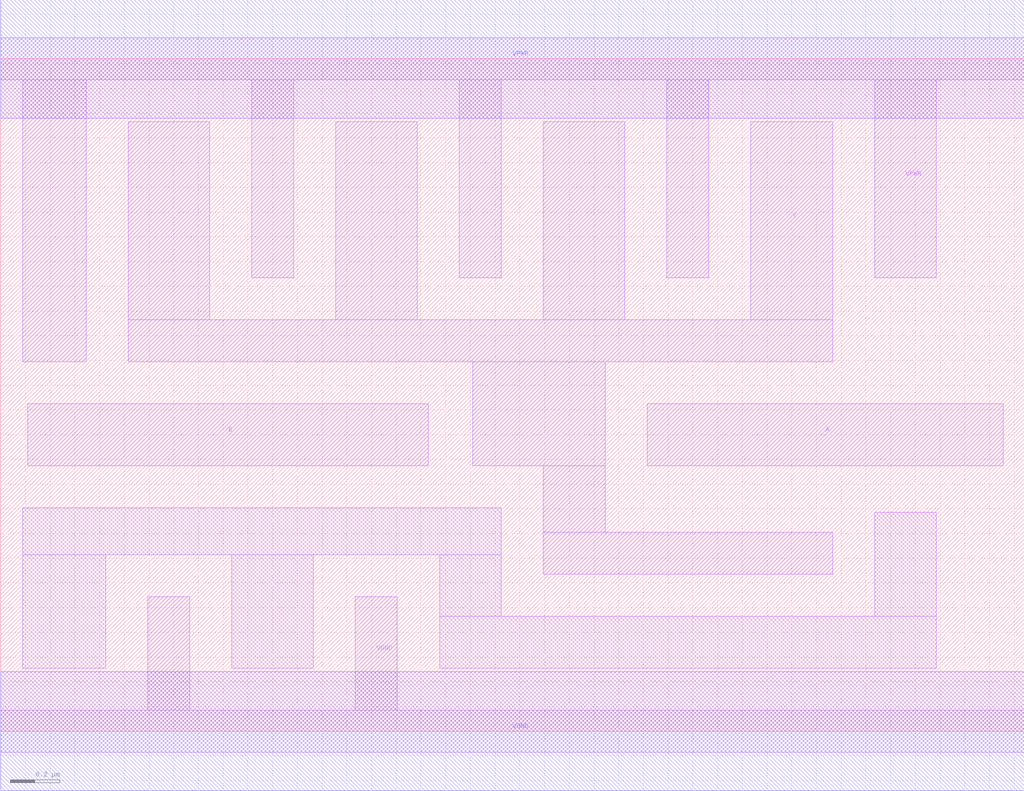
<source format=lef>
# Copyright 2020 The SkyWater PDK Authors
#
# Licensed under the Apache License, Version 2.0 (the "License");
# you may not use this file except in compliance with the License.
# You may obtain a copy of the License at
#
#     https://www.apache.org/licenses/LICENSE-2.0
#
# Unless required by applicable law or agreed to in writing, software
# distributed under the License is distributed on an "AS IS" BASIS,
# WITHOUT WARRANTIES OR CONDITIONS OF ANY KIND, either express or implied.
# See the License for the specific language governing permissions and
# limitations under the License.
#
# SPDX-License-Identifier: Apache-2.0

VERSION 5.5 ;
NAMESCASESENSITIVE ON ;
BUSBITCHARS "[]" ;
DIVIDERCHAR "/" ;
MACRO sky130_fd_sc_hd__nand2_4
  CLASS CORE ;
  SOURCE USER ;
  ORIGIN  0.000000  0.000000 ;
  SIZE  4.140000 BY  2.720000 ;
  SYMMETRY X Y R90 ;
  SITE unithd ;
  PIN A
    ANTENNAGATEAREA  0.990000 ;
    DIRECTION INPUT ;
    USE SIGNAL ;
    PORT
      LAYER li1 ;
        RECT 2.615000 1.075000 4.055000 1.325000 ;
    END
  END A
  PIN B
    ANTENNAGATEAREA  0.990000 ;
    DIRECTION INPUT ;
    USE SIGNAL ;
    PORT
      LAYER li1 ;
        RECT 0.110000 1.075000 1.730000 1.325000 ;
    END
  END B
  PIN Y
    ANTENNADIFFAREA  1.431000 ;
    DIRECTION OUTPUT ;
    USE SIGNAL ;
    PORT
      LAYER li1 ;
        RECT 0.515000 1.495000 3.365000 1.665000 ;
        RECT 0.515000 1.665000 0.845000 2.465000 ;
        RECT 1.355000 1.665000 1.685000 2.465000 ;
        RECT 1.910000 1.075000 2.445000 1.495000 ;
        RECT 2.195000 0.635000 3.365000 0.805000 ;
        RECT 2.195000 0.805000 2.445000 1.075000 ;
        RECT 2.195000 1.665000 2.525000 2.465000 ;
        RECT 3.035000 1.665000 3.365000 2.465000 ;
    END
  END Y
  PIN VGND
    DIRECTION INOUT ;
    SHAPE ABUTMENT ;
    USE GROUND ;
    PORT
      LAYER li1 ;
        RECT 0.000000 -0.085000 4.140000 0.085000 ;
        RECT 0.595000  0.085000 0.765000 0.545000 ;
        RECT 1.435000  0.085000 1.605000 0.545000 ;
    END
    PORT
      LAYER met1 ;
        RECT 0.000000 -0.240000 4.140000 0.240000 ;
    END
  END VGND
  PIN VPWR
    DIRECTION INOUT ;
    SHAPE ABUTMENT ;
    USE POWER ;
    PORT
      LAYER li1 ;
        RECT 0.000000 2.635000 4.140000 2.805000 ;
        RECT 0.090000 1.495000 0.345000 2.635000 ;
        RECT 1.015000 1.835000 1.185000 2.635000 ;
        RECT 1.855000 1.835000 2.025000 2.635000 ;
        RECT 2.695000 1.835000 2.865000 2.635000 ;
        RECT 3.535000 1.835000 3.785000 2.635000 ;
    END
    PORT
      LAYER met1 ;
        RECT 0.000000 2.480000 4.140000 2.960000 ;
    END
  END VPWR
  OBS
    LAYER li1 ;
      RECT 0.090000 0.255000 0.425000 0.715000 ;
      RECT 0.090000 0.715000 2.025000 0.905000 ;
      RECT 0.935000 0.255000 1.265000 0.715000 ;
      RECT 1.775000 0.255000 3.785000 0.465000 ;
      RECT 1.775000 0.465000 2.025000 0.715000 ;
      RECT 3.535000 0.465000 3.785000 0.885000 ;
  END
END sky130_fd_sc_hd__nand2_4
END LIBRARY

</source>
